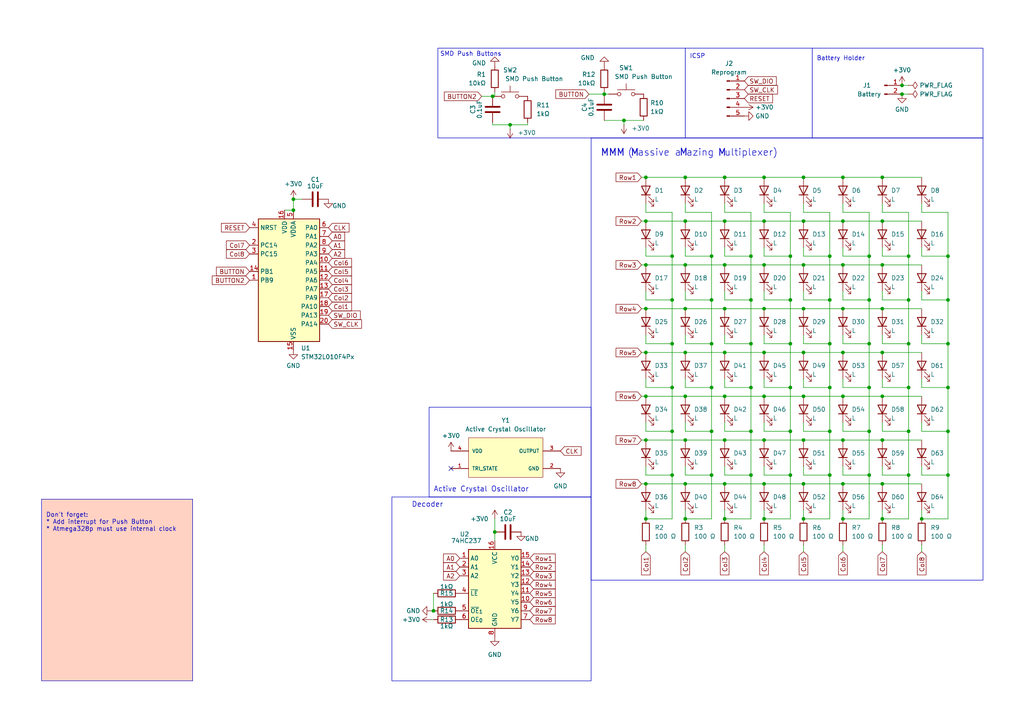
<source format=kicad_sch>
(kicad_sch (version 20250114) (generator "eeschema") (generator_version "9.0")
  (paper "A4")
  (title_block (title "Holographic Business Card") (date "2024-12-20"))
  (rectangle (start 124.46 118.11) (end 171.45 144.145))
  (rectangle (start 12.065 144.78) (end 55.88 197.485) (fill (type color) (color 255 210 195 1)))
  (rectangle (start 235.585 13.97) (end 285.115 40.005))
  (rectangle (start 127 13.97) (end 198.755 40.005))
  (rectangle (start 198.755 13.97) (end 235.585 40.005))
  (rectangle (start 171.45 40.005) (end 285.115 168.275))
  (rectangle (start 113.665 144.145) (end 171.45 197.485))
  (rectangle (start 235.585 40.005) (end 235.585 40.005))
  (text "M" (at 182.8292 45.5676 0) (effects (font (size 2 2) (thickness 0.254) (bold yes)) (justify left bottom)))
  (text "Active Crystal Oscillator\n" (at 125.73 142.875 0) (effects (font (size 1.5 1.5)) (justify left bottom)))
  (text "M" (at 196.977 45.4914 0) (effects (font (size 2 2) (thickness 0.254) (bold yes)) (justify left bottom)))
  (text "Battery Holder" (at 236.855 17.78 0) (effects (font (size 1.27 1.27)) (justify left bottom)))
  (text "Don't forget:\n* Add interrupt for Push Button\n* Atmega328p must use internal clock" (at 13.335 154.305 0) (effects (font (size 1.27 1.27)) (justify left bottom)))
  (text " ( assive a azing  ultiplexer)" (at 180.4924 45.5422 0) (effects (font (size 2 2)) (justify left bottom)))
  (text "M" (at 208.1276 45.5676 0) (effects (font (size 2 2) (thickness 0.254) (bold yes)) (justify left bottom)))
  (text "ICSP" (at 200.025 17.145 0) (effects (font (size 1.27 1.27)) (justify left bottom)))
  (text "SMD Push Buttons\n" (at 127.635 16.51 0) (effects (font (size 1.27 1.27)) (justify left bottom)))
  (text "Decoder" (at 119.38 147.32 0) (effects (font (size 1.5 1.5)) (justify left bottom)))
  (text "MMM" (at 174.1424 45.5422 0) (effects (font (size 2 2) (thickness 0.254) (bold yes)) (justify left bottom)))
  (junction (at 255.905 127.635))
  (junction (at 233.045 114.935))
  (junction (at 229.235 74.295))
  (junction (at 261.62 24.765))
  (junction (at 206.375 74.295))
  (junction (at 217.805 125.095))
  (junction (at 252.095 74.295))
  (junction (at 229.235 86.995))
  (junction (at 274.955 99.695))
  (junction (at 229.235 125.095))
  (junction (at 244.475 51.435))
  (junction (at 217.805 137.795))
  (junction (at 210.185 102.235))
  (junction (at 187.325 102.235))
  (junction (at 240.665 74.295))
  (junction (at 187.325 140.335))
  (junction (at 255.905 51.435))
  (junction (at 210.185 114.935))
  (junction (at 221.615 102.235))
  (junction (at 206.375 99.695))
  (junction (at 229.235 137.795))
  (junction (at 221.615 64.135))
  (junction (at 263.525 74.295))
  (junction (at 221.615 140.335))
  (junction (at 263.525 99.695))
  (junction (at 267.335 150.495))
  (junction (at 252.095 112.395))
  (junction (at 252.095 125.095))
  (junction (at 194.945 112.395))
  (junction (at 210.185 76.835))
  (junction (at 85.09 60.96))
  (junction (at 221.615 114.935))
  (junction (at 187.325 51.435))
  (junction (at 255.905 150.495))
  (junction (at 85.09 57.785))
  (junction (at 233.045 76.835))
  (junction (at 255.905 76.835))
  (junction (at 206.375 125.095))
  (junction (at 194.945 137.795))
  (junction (at 233.045 89.535))
  (junction (at 198.755 114.935))
  (junction (at 252.095 99.695))
  (junction (at 217.805 112.395))
  (junction (at 198.755 127.635))
  (junction (at 180.975 34.925))
  (junction (at 233.045 150.495))
  (junction (at 187.325 127.635))
  (junction (at 240.665 125.095))
  (junction (at 221.615 51.435))
  (junction (at 233.045 140.335))
  (junction (at 194.945 99.695))
  (junction (at 233.045 51.435))
  (junction (at 233.045 102.235))
  (junction (at 233.045 64.135))
  (junction (at 198.755 102.235))
  (junction (at 244.475 150.495))
  (junction (at 244.475 76.835))
  (junction (at 244.475 127.635))
  (junction (at 255.905 102.235))
  (junction (at 206.375 112.395))
  (junction (at 233.045 127.635))
  (junction (at 252.095 137.795))
  (junction (at 210.185 127.635))
  (junction (at 263.525 137.795))
  (junction (at 187.325 114.935))
  (junction (at 194.945 125.095))
  (junction (at 261.62 27.305))
  (junction (at 194.945 74.295))
  (junction (at 217.805 86.995))
  (junction (at 229.235 99.695))
  (junction (at 274.955 86.995))
  (junction (at 198.755 150.495))
  (junction (at 221.615 127.635))
  (junction (at 210.185 140.335))
  (junction (at 142.875 27.94))
  (junction (at 210.185 150.495))
  (junction (at 263.525 125.095))
  (junction (at 255.905 140.335))
  (junction (at 143.51 154.305))
  (junction (at 198.755 64.135))
  (junction (at 198.755 89.535))
  (junction (at 274.955 125.095))
  (junction (at 274.955 74.295))
  (junction (at 263.525 86.995))
  (junction (at 206.375 86.995))
  (junction (at 198.755 140.335))
  (junction (at 252.095 86.995))
  (junction (at 198.755 76.835))
  (junction (at 221.615 150.495))
  (junction (at 244.475 89.535))
  (junction (at 221.615 76.835))
  (junction (at 217.805 99.695))
  (junction (at 210.185 89.535))
  (junction (at 206.375 137.795))
  (junction (at 274.955 137.795))
  (junction (at 240.665 99.695))
  (junction (at 229.235 112.395))
  (junction (at 187.325 76.835))
  (junction (at 240.665 137.795))
  (junction (at 255.905 114.935))
  (junction (at 244.475 140.335))
  (junction (at 175.26 27.305))
  (junction (at 187.325 150.495))
  (junction (at 244.475 64.135))
  (junction (at 221.615 89.535))
  (junction (at 187.325 64.135))
  (junction (at 244.475 114.935))
  (junction (at 255.905 64.135))
  (junction (at 125.73 177.165))
  (junction (at 210.185 64.135))
  (junction (at 194.945 86.995))
  (junction (at 274.955 112.395))
  (junction (at 210.185 51.435))
  (junction (at 187.325 89.535))
  (junction (at 240.665 112.395))
  (junction (at 217.805 74.295))
  (junction (at 147.955 36.195))
  (junction (at 198.755 51.435))
  (junction (at 240.665 86.995))
  (junction (at 255.905 89.535))
  (junction (at 263.525 112.395))
  (junction (at 244.475 102.235))
  (no_connect (at 130.81 135.89))
  (wire (pts (xy 198.755 114.935) (xy 210.185 114.935)))
  (wire (pts (xy 263.525 112.395) (xy 263.525 125.095)))
  (wire (pts (xy 143.51 150.495) (xy 143.51 154.305)))
  (wire (pts (xy 221.615 51.435) (xy 233.045 51.435)))
  (wire (pts (xy 233.045 150.495) (xy 233.045 147.955)))
  (wire (pts (xy 221.615 125.095) (xy 229.235 125.095)))
  (wire (pts (xy 221.615 137.795) (xy 229.235 137.795)))
  (wire (pts (xy 233.045 86.995) (xy 240.665 86.995)))
  (wire (pts (xy 210.185 86.995) (xy 217.805 86.995)))
  (wire (pts (xy 187.325 76.835) (xy 198.755 76.835)))
  (wire (pts (xy 198.755 61.595) (xy 206.375 61.595)))
  (wire (pts (xy 255.905 150.495) (xy 255.905 147.955)))
  (wire (pts (xy 255.905 112.395) (xy 263.525 112.395)))
  (wire (pts (xy 221.615 76.835) (xy 233.045 76.835)))
  (wire (pts (xy 244.475 125.095) (xy 252.095 125.095)))
  (wire (pts (xy 244.475 150.495) (xy 244.475 147.955)))
  (wire (pts (xy 187.325 102.235) (xy 198.755 102.235)))
  (wire (pts (xy 187.325 99.695) (xy 194.945 99.695)))
  (wire (pts (xy 210.185 51.435) (xy 221.615 51.435)))
  (wire (pts (xy 233.045 84.455) (xy 233.045 86.995)))
  (wire (pts (xy 255.905 114.935) (xy 267.335 114.935)))
  (wire (pts (xy 175.26 34.925) (xy 180.975 34.925)))
  (wire (pts (xy 244.475 127.635) (xy 255.905 127.635)))
  (wire (pts (xy 252.095 112.395) (xy 252.095 125.095)))
  (wire (pts (xy 221.615 135.255) (xy 221.615 137.795)))
  (wire (pts (xy 187.325 71.755) (xy 187.325 74.295)))
  (wire (pts (xy 217.805 150.495) (xy 210.185 150.495)))
  (wire (pts (xy 206.375 74.295) (xy 206.375 86.995)))
  (wire (pts (xy 240.665 99.695) (xy 240.665 112.395)))
  (wire (pts (xy 267.335 158.115) (xy 267.335 160.02)))
  (wire (pts (xy 255.905 89.535) (xy 267.335 89.535)))
  (wire (pts (xy 244.475 137.795) (xy 252.095 137.795)))
  (wire (pts (xy 125.095 179.705) (xy 125.73 179.705)))
  (wire (pts (xy 198.755 102.235) (xy 210.185 102.235)))
  (wire (pts (xy 194.945 125.095) (xy 194.945 137.795)))
  (wire (pts (xy 187.325 150.495) (xy 187.325 147.955)))
  (wire (pts (xy 221.615 102.235) (xy 233.045 102.235)))
  (wire (pts (xy 125.095 177.165) (xy 125.73 177.165)))
  (wire (pts (xy 244.475 135.255) (xy 244.475 137.795)))
  (wire (pts (xy 267.335 59.055) (xy 267.335 61.595)))
  (wire (pts (xy 244.475 71.755) (xy 244.475 74.295)))
  (wire (pts (xy 240.665 112.395) (xy 240.665 125.095)))
  (wire (pts (xy 255.905 76.835) (xy 267.335 76.835)))
  (wire (pts (xy 244.475 158.115) (xy 244.475 160.02)))
  (wire (pts (xy 240.665 125.095) (xy 240.665 137.795)))
  (wire (pts (xy 263.525 137.795) (xy 263.525 150.495)))
  (wire (pts (xy 187.325 112.395) (xy 194.945 112.395)))
  (wire (pts (xy 263.525 74.295) (xy 263.525 86.995)))
  (wire (pts (xy 217.805 125.095) (xy 217.805 137.795)))
  (wire (pts (xy 186.055 89.535) (xy 187.325 89.535)))
  (wire (pts (xy 233.045 89.535) (xy 244.475 89.535)))
  (wire (pts (xy 206.375 86.995) (xy 206.375 99.695)))
  (wire (pts (xy 210.185 97.155) (xy 210.185 99.695)))
  (wire (pts (xy 85.09 57.785) (xy 85.09 60.96)))
  (wire (pts (xy 210.185 158.115) (xy 210.185 160.02)))
  (wire (pts (xy 221.615 150.495) (xy 221.615 147.955)))
  (wire (pts (xy 147.955 36.195) (xy 153.035 36.195)))
  (wire (pts (xy 255.905 102.235) (xy 267.335 102.235)))
  (wire (pts (xy 255.905 127.635) (xy 267.335 127.635)))
  (wire (pts (xy 194.945 150.495) (xy 187.325 150.495)))
  (wire (pts (xy 180.975 34.925) (xy 186.69 34.925)))
  (wire (pts (xy 233.045 158.115) (xy 233.045 160.02)))
  (wire (pts (xy 255.905 125.095) (xy 263.525 125.095)))
  (wire (pts (xy 210.185 125.095) (xy 217.805 125.095)))
  (wire (pts (xy 221.615 140.335) (xy 233.045 140.335)))
  (wire (pts (xy 221.615 71.755) (xy 221.615 74.295)))
  (wire (pts (xy 198.755 158.115) (xy 198.755 160.02)))
  (wire (pts (xy 244.475 64.135) (xy 255.905 64.135)))
  (wire (pts (xy 210.185 59.055) (xy 210.185 61.595)))
  (wire (pts (xy 240.665 137.795) (xy 240.665 150.495)))
  (wire (pts (xy 255.905 137.795) (xy 263.525 137.795)))
  (wire (pts (xy 210.185 122.555) (xy 210.185 125.095)))
  (wire (pts (xy 244.475 61.595) (xy 252.095 61.595)))
  (wire (pts (xy 198.755 51.435) (xy 210.185 51.435)))
  (wire (pts (xy 255.905 135.255) (xy 255.905 137.795)))
  (wire (pts (xy 198.755 135.255) (xy 198.755 137.795)))
  (wire (pts (xy 142.875 36.195) (xy 142.875 35.56)))
  (wire (pts (xy 217.805 61.595) (xy 217.805 74.295)))
  (wire (pts (xy 229.235 137.795) (xy 229.235 150.495)))
  (wire (pts (xy 221.615 64.135) (xy 233.045 64.135)))
  (wire (pts (xy 233.045 61.595) (xy 240.665 61.595)))
  (wire (pts (xy 217.805 99.695) (xy 217.805 112.395)))
  (wire (pts (xy 198.755 112.395) (xy 206.375 112.395)))
  (wire (pts (xy 198.755 74.295) (xy 206.375 74.295)))
  (wire (pts (xy 187.325 137.795) (xy 194.945 137.795)))
  (wire (pts (xy 233.045 135.255) (xy 233.045 137.795)))
  (wire (pts (xy 233.045 140.335) (xy 244.475 140.335)))
  (wire (pts (xy 267.335 97.155) (xy 267.335 99.695)))
  (wire (pts (xy 255.905 99.695) (xy 263.525 99.695)))
  (wire (pts (xy 274.955 99.695) (xy 274.955 112.395)))
  (wire (pts (xy 263.525 99.695) (xy 263.525 112.395)))
  (wire (pts (xy 244.475 89.535) (xy 255.905 89.535)))
  (wire (pts (xy 263.525 125.095) (xy 263.525 137.795)))
  (wire (pts (xy 274.955 74.295) (xy 274.955 86.995)))
  (wire (pts (xy 210.185 135.255) (xy 210.185 137.795)))
  (wire (pts (xy 221.615 114.935) (xy 233.045 114.935)))
  (wire (pts (xy 221.615 158.115) (xy 221.615 160.02)))
  (wire (pts (xy 263.525 86.995) (xy 263.525 99.695)))
  (wire (pts (xy 206.375 150.495) (xy 198.755 150.495)))
  (wire (pts (xy 263.525 150.495) (xy 255.905 150.495)))
  (wire (pts (xy 252.095 137.795) (xy 252.095 150.495)))
  (wire (pts (xy 187.325 125.095) (xy 194.945 125.095)))
  (wire (pts (xy 143.51 154.305) (xy 143.51 156.845)))
  (wire (pts (xy 263.525 61.595) (xy 263.525 74.295)))
  (wire (pts (xy 198.755 125.095) (xy 206.375 125.095)))
  (wire (pts (xy 210.185 84.455) (xy 210.185 86.995)))
  (wire (pts (xy 143.51 26.67) (xy 143.51 27.94)))
  (wire (pts (xy 180.975 36.195) (xy 180.975 34.925)))
  (wire (pts (xy 187.325 59.055) (xy 187.325 61.595)))
  (wire (pts (xy 221.615 86.995) (xy 229.235 86.995)))
  (wire (pts (xy 210.185 76.835) (xy 221.615 76.835)))
  (wire (pts (xy 244.475 59.055) (xy 244.475 61.595)))
  (wire (pts (xy 198.755 99.695) (xy 206.375 99.695)))
  (wire (pts (xy 274.955 125.095) (xy 274.955 137.795)))
  (wire (pts (xy 267.335 84.455) (xy 267.335 86.995)))
  (wire (pts (xy 194.945 137.795) (xy 194.945 150.495)))
  (wire (pts (xy 210.185 64.135) (xy 221.615 64.135)))
  (wire (pts (xy 263.525 24.765) (xy 261.62 24.765)))
  (wire (pts (xy 198.755 59.055) (xy 198.755 61.595)))
  (wire (pts (xy 255.905 71.755) (xy 255.905 74.295)))
  (wire (pts (xy 187.325 135.255) (xy 187.325 137.795)))
  (wire (pts (xy 198.755 150.495) (xy 198.755 147.955)))
  (wire (pts (xy 244.475 102.235) (xy 255.905 102.235)))
  (wire (pts (xy 233.045 99.695) (xy 240.665 99.695)))
  (wire (pts (xy 147.955 37.465) (xy 147.955 36.195)))
  (wire (pts (xy 233.045 51.435) (xy 244.475 51.435)))
  (wire (pts (xy 187.325 86.995) (xy 194.945 86.995)))
  (wire (pts (xy 233.045 64.135) (xy 244.475 64.135)))
  (wire (pts (xy 187.325 64.135) (xy 198.755 64.135)))
  (wire (pts (xy 186.055 127.635) (xy 187.325 127.635)))
  (wire (pts (xy 255.905 122.555) (xy 255.905 125.095)))
  (wire (pts (xy 267.335 86.995) (xy 274.955 86.995)))
  (wire (pts (xy 267.335 135.255) (xy 267.335 137.795)))
  (wire (pts (xy 210.185 99.695) (xy 217.805 99.695)))
  (wire (pts (xy 233.045 97.155) (xy 233.045 99.695)))
  (wire (pts (xy 217.805 86.995) (xy 217.805 99.695)))
  (wire (pts (xy 221.615 84.455) (xy 221.615 86.995)))
  (wire (pts (xy 244.475 86.995) (xy 252.095 86.995)))
  (wire (pts (xy 175.26 26.67) (xy 175.26 27.305)))
  (wire (pts (xy 229.235 74.295) (xy 229.235 86.995)))
  (wire (pts (xy 240.665 61.595) (xy 240.665 74.295)))
  (wire (pts (xy 187.325 97.155) (xy 187.325 99.695)))
  (wire (pts (xy 221.615 89.535) (xy 233.045 89.535)))
  (wire (pts (xy 263.525 27.305) (xy 261.62 27.305)))
  (wire (pts (xy 210.185 61.595) (xy 217.805 61.595)))
  (wire (pts (xy 274.955 86.995) (xy 274.955 99.695)))
  (wire (pts (xy 267.335 125.095) (xy 274.955 125.095)))
  (wire (pts (xy 194.945 61.595) (xy 194.945 74.295)))
  (wire (pts (xy 187.325 109.855) (xy 187.325 112.395)))
  (wire (pts (xy 255.905 140.335) (xy 267.335 140.335)))
  (wire (pts (xy 206.375 99.695) (xy 206.375 112.395)))
  (wire (pts (xy 229.235 112.395) (xy 229.235 125.095)))
  (wire (pts (xy 198.755 71.755) (xy 198.755 74.295)))
  (wire (pts (xy 198.755 86.995) (xy 206.375 86.995)))
  (wire (pts (xy 221.615 61.595) (xy 229.235 61.595)))
  (wire (pts (xy 187.325 51.435) (xy 198.755 51.435)))
  (wire (pts (xy 210.185 71.755) (xy 210.185 74.295)))
  (wire (pts (xy 233.045 114.935) (xy 244.475 114.935)))
  (wire (pts (xy 198.755 109.855) (xy 198.755 112.395)))
  (wire (pts (xy 221.615 109.855) (xy 221.615 112.395)))
  (wire (pts (xy 143.51 27.94) (xy 142.875 27.94)))
  (wire (pts (xy 267.335 99.695) (xy 274.955 99.695)))
  (wire (pts (xy 210.185 114.935) (xy 221.615 114.935)))
  (wire (pts (xy 229.235 125.095) (xy 229.235 137.795)))
  (wire (pts (xy 267.335 109.855) (xy 267.335 112.395)))
  (wire (pts (xy 233.045 76.835) (xy 244.475 76.835)))
  (wire (pts (xy 252.095 125.095) (xy 252.095 137.795)))
  (wire (pts (xy 252.095 74.295) (xy 252.095 86.995)))
  (wire (pts (xy 186.055 114.935) (xy 187.325 114.935)))
  (wire (pts (xy 244.475 109.855) (xy 244.475 112.395)))
  (wire (pts (xy 255.905 84.455) (xy 255.905 86.995)))
  (wire (pts (xy 229.235 86.995) (xy 229.235 99.695)))
  (wire (pts (xy 194.945 74.295) (xy 194.945 86.995)))
  (wire (pts (xy 233.045 125.095) (xy 240.665 125.095)))
  (wire (pts (xy 267.335 150.495) (xy 267.335 147.955)))
  (wire (pts (xy 198.755 89.535) (xy 210.185 89.535)))
  (wire (pts (xy 221.615 97.155) (xy 221.615 99.695)))
  (wire (pts (xy 233.045 112.395) (xy 240.665 112.395)))
  (wire (pts (xy 244.475 76.835) (xy 255.905 76.835)))
  (wire (pts (xy 210.185 140.335) (xy 221.615 140.335)))
  (wire (pts (xy 233.045 74.295) (xy 240.665 74.295)))
  (wire (pts (xy 87.63 57.785) (xy 85.09 57.785)))
  (wire (pts (xy 233.045 127.635) (xy 244.475 127.635)))
  (wire (pts (xy 217.805 112.395) (xy 217.805 125.095)))
  (wire (pts (xy 255.905 59.055) (xy 255.905 61.595)))
  (wire (pts (xy 221.615 59.055) (xy 221.615 61.595)))
  (wire (pts (xy 255.905 158.115) (xy 255.905 160.02)))
  (wire (pts (xy 194.945 99.695) (xy 194.945 112.395)))
  (wire (pts (xy 274.955 150.495) (xy 267.335 150.495)))
  (wire (pts (xy 198.755 97.155) (xy 198.755 99.695)))
  (wire (pts (xy 244.475 140.335) (xy 255.905 140.335)))
  (wire (pts (xy 229.235 99.695) (xy 229.235 112.395)))
  (wire (pts (xy 267.335 71.755) (xy 267.335 74.295)))
  (wire (pts (xy 187.325 89.535) (xy 198.755 89.535)))
  (wire (pts (xy 252.095 86.995) (xy 252.095 99.695)))
  (wire (pts (xy 198.755 137.795) (xy 206.375 137.795)))
  (wire (pts (xy 233.045 137.795) (xy 240.665 137.795)))
  (wire (pts (xy 240.665 86.995) (xy 240.665 99.695)))
  (wire (pts (xy 221.615 122.555) (xy 221.615 125.095)))
  (wire (pts (xy 267.335 122.555) (xy 267.335 125.095)))
  (wire (pts (xy 217.805 74.295) (xy 217.805 86.995)))
  (wire (pts (xy 186.055 102.235) (xy 187.325 102.235)))
  (wire (pts (xy 175.26 27.305) (xy 176.53 27.305)))
  (wire (pts (xy 244.475 51.435) (xy 255.905 51.435)))
  (wire (pts (xy 244.475 112.395) (xy 252.095 112.395)))
  (wire (pts (xy 252.095 61.595) (xy 252.095 74.295)))
  (wire (pts (xy 187.325 84.455) (xy 187.325 86.995)))
  (wire (pts (xy 139.7 27.94) (xy 142.875 27.94)))
  (wire (pts (xy 233.045 109.855) (xy 233.045 112.395)))
  (wire (pts (xy 198.755 64.135) (xy 210.185 64.135)))
  (wire (pts (xy 210.185 112.395) (xy 217.805 112.395)))
  (wire (pts (xy 186.055 64.135) (xy 187.325 64.135)))
  (wire (pts (xy 194.945 112.395) (xy 194.945 125.095)))
  (wire (pts (xy 206.375 137.795) (xy 206.375 150.495)))
  (wire (pts (xy 194.945 86.995) (xy 194.945 99.695)))
  (wire (pts (xy 153.035 36.195) (xy 153.035 35.56)))
  (wire (pts (xy 198.755 76.835) (xy 210.185 76.835)))
  (wire (pts (xy 274.955 137.795) (xy 274.955 150.495)))
  (wire (pts (xy 244.475 84.455) (xy 244.475 86.995)))
  (wire (pts (xy 187.325 61.595) (xy 194.945 61.595)))
  (wire (pts (xy 229.235 150.495) (xy 221.615 150.495)))
  (wire (pts (xy 187.325 122.555) (xy 187.325 125.095)))
  (wire (pts (xy 206.375 125.095) (xy 206.375 137.795)))
  (wire (pts (xy 244.475 122.555) (xy 244.475 125.095)))
  (wire (pts (xy 206.375 61.595) (xy 206.375 74.295)))
  (wire (pts (xy 170.815 27.305) (xy 175.26 27.305)))
  (wire (pts (xy 255.905 61.595) (xy 263.525 61.595)))
  (wire (pts (xy 267.335 137.795) (xy 274.955 137.795)))
  (wire (pts (xy 210.185 127.635) (xy 221.615 127.635)))
  (wire (pts (xy 125.73 172.085) (xy 125.73 177.165)))
  (wire (pts (xy 255.905 64.135) (xy 267.335 64.135)))
  (wire (pts (xy 255.905 51.435) (xy 267.335 51.435)))
  (wire (pts (xy 244.475 99.695) (xy 252.095 99.695)))
  (wire (pts (xy 186.055 140.335) (xy 187.325 140.335)))
  (wire (pts (xy 244.475 97.155) (xy 244.475 99.695)))
  (wire (pts (xy 198.755 122.555) (xy 198.755 125.095)))
  (wire (pts (xy 187.325 158.115) (xy 187.325 160.02)))
  (wire (pts (xy 210.185 74.295) (xy 217.805 74.295)))
  (wire (pts (xy 274.955 61.595) (xy 274.955 74.295)))
  (wire (pts (xy 221.615 74.295) (xy 229.235 74.295)))
  (wire (pts (xy 82.55 60.96) (xy 85.09 60.96)))
  (wire (pts (xy 267.335 112.395) (xy 274.955 112.395)))
  (wire (pts (xy 229.235 61.595) (xy 229.235 74.295)))
  (wire (pts (xy 210.185 150.495) (xy 210.185 147.955)))
  (wire (pts (xy 240.665 74.295) (xy 240.665 86.995)))
  (wire (pts (xy 233.045 71.755) (xy 233.045 74.295)))
  (wire (pts (xy 252.095 99.695) (xy 252.095 112.395)))
  (wire (pts (xy 198.755 140.335) (xy 210.185 140.335)))
  (wire (pts (xy 233.045 102.235) (xy 244.475 102.235)))
  (wire (pts (xy 240.665 150.495) (xy 233.045 150.495)))
  (wire (pts (xy 210.185 137.795) (xy 217.805 137.795)))
  (wire (pts (xy 233.045 122.555) (xy 233.045 125.095)))
  (wire (pts (xy 244.475 114.935) (xy 255.905 114.935)))
  (wire (pts (xy 233.045 59.055) (xy 233.045 61.595)))
  (wire (pts (xy 244.475 74.295) (xy 252.095 74.295)))
  (wire (pts (xy 186.055 51.435) (xy 187.325 51.435)))
  (wire (pts (xy 267.335 61.595) (xy 274.955 61.595)))
  (wire (pts (xy 187.325 114.935) (xy 198.755 114.935)))
  (wire (pts (xy 221.615 112.395) (xy 229.235 112.395)))
  (wire (pts (xy 255.905 86.995) (xy 263.525 86.995)))
  (wire (pts (xy 187.325 74.295) (xy 194.945 74.295)))
  (wire (pts (xy 198.755 84.455) (xy 198.755 86.995)))
  (wire (pts (xy 210.185 109.855) (xy 210.185 112.395)))
  (wire (pts (xy 274.955 112.395) (xy 274.955 125.095)))
  (wire (pts (xy 187.325 140.335) (xy 198.755 140.335)))
  (wire (pts (xy 187.325 127.635) (xy 198.755 127.635)))
  (wire (pts (xy 252.095 150.495) (xy 244.475 150.495)))
  (wire (pts (xy 142.875 36.195) (xy 147.955 36.195)))
  (wire (pts (xy 221.615 127.635) (xy 233.045 127.635)))
  (wire (pts (xy 255.905 97.155) (xy 255.905 99.695)))
  (wire (pts (xy 221.615 99.695) (xy 229.235 99.695)))
  (wire (pts (xy 210.185 102.235) (xy 221.615 102.235)))
  (wire (pts (xy 206.375 112.395) (xy 206.375 125.095)))
  (wire (pts (xy 198.755 127.635) (xy 210.185 127.635)))
  (wire (pts (xy 255.905 74.295) (xy 263.525 74.295)))
  (wire (pts (xy 267.335 74.295) (xy 274.955 74.295)))
  (wire (pts (xy 210.185 89.535) (xy 221.615 89.535)))
  (wire (pts (xy 186.055 76.835) (xy 187.325 76.835)))
  (wire (pts (xy 255.905 109.855) (xy 255.905 112.395)))
  (wire (pts (xy 217.805 137.795) (xy 217.805 150.495)))
  (global_label "CLK" (shape input) (at 95.25 66.04 0) (property "Intersheetrefs" "${INTERSHEET_REFS}" (effects (hide yes))))
  (global_label "BUTTON" (shape input) (at 72.39 78.74 180) (property "Intersheetrefs" "${INTERSHEET_REFS}" (effects (hide yes))))
  (global_label "Row6" (shape input) (at 186.055 114.935 180) (property "Intersheetrefs" "${INTERSHEET_REFS}" (effects (hide yes))))
  (global_label "A0" (shape input) (at 133.35 161.925 180) (property "Intersheetrefs" "${INTERSHEET_REFS}" (effects (hide yes))))
  (global_label "BUTTON" (shape input) (at 170.815 27.305 180) (property "Intersheetrefs" "${INTERSHEET_REFS}" (effects (hide yes))))
  (global_label "RESET" (shape input) (at 215.9 28.575 0) (property "Intersheetrefs" "${INTERSHEET_REFS}" (effects (hide yes))))
  (global_label "Row7" (shape input) (at 186.055 127.635 180) (property "Intersheetrefs" "${INTERSHEET_REFS}" (effects (hide yes))))
  (global_label "Row2" (shape input) (at 153.67 164.465 0) (property "Intersheetrefs" "${INTERSHEET_REFS}" (effects (hide yes))))
  (global_label "Col5" (shape input) (at 95.25 78.74 0) (property "Intersheetrefs" "${INTERSHEET_REFS}" (effects (hide yes))))
  (global_label "A2" (shape input) (at 95.25 73.66 0) (property "Intersheetrefs" "${INTERSHEET_REFS}" (effects (hide yes))))
  (global_label "CLK" (shape input) (at 162.56 130.81 0) (property "Intersheetrefs" "${INTERSHEET_REFS}" (effects (hide yes))))
  (global_label "Col4" (shape input) (at 95.25 81.28 0) (property "Intersheetrefs" "${INTERSHEET_REFS}" (effects (hide yes))))
  (global_label "BUTTON2" (shape input) (at 139.7 27.94 180) (property "Intersheetrefs" "${INTERSHEET_REFS}" (effects (hide yes))))
  (global_label "Row8" (shape input) (at 153.67 179.705 0) (property "Intersheetrefs" "${INTERSHEET_REFS}" (effects (hide yes))))
  (global_label "A2" (shape input) (at 133.35 167.005 180) (property "Intersheetrefs" "${INTERSHEET_REFS}" (effects (hide yes))))
  (global_label "Col4" (shape input) (at 221.615 160.02 270) (property "Intersheetrefs" "${INTERSHEET_REFS}" (effects (hide yes))))
  (global_label "Col1" (shape input) (at 95.25 88.9 0) (property "Intersheetrefs" "${INTERSHEET_REFS}" (effects (hide yes))))
  (global_label "Col8" (shape input) (at 72.39 73.66 180) (property "Intersheetrefs" "${INTERSHEET_REFS}" (effects (hide yes))))
  (global_label "A1" (shape input) (at 95.25 71.12 0) (property "Intersheetrefs" "${INTERSHEET_REFS}" (effects (hide yes))))
  (global_label "BUTTON2" (shape input) (at 72.39 81.28 180) (property "Intersheetrefs" "${INTERSHEET_REFS}" (effects (hide yes))))
  (global_label "SW_DIO" (shape input) (at 95.25 91.44 0) (property "Intersheetrefs" "${INTERSHEET_REFS}" (effects (hide yes))))
  (global_label "A1" (shape input) (at 133.35 164.465 180) (property "Intersheetrefs" "${INTERSHEET_REFS}" (effects (hide yes))))
  (global_label "SW_CLK" (shape input) (at 215.9 26.035 0) (property "Intersheetrefs" "${INTERSHEET_REFS}" (effects (hide yes))))
  (global_label "Row1" (shape input) (at 186.055 51.435 180) (property "Intersheetrefs" "${INTERSHEET_REFS}" (effects (hide yes))))
  (global_label "Row3" (shape input) (at 153.67 167.005 0) (property "Intersheetrefs" "${INTERSHEET_REFS}" (effects (hide yes))))
  (global_label "Row4" (shape input) (at 153.67 169.545 0) (property "Intersheetrefs" "${INTERSHEET_REFS}" (effects (hide yes))))
  (global_label "Col1" (shape input) (at 187.325 160.02 270) (property "Intersheetrefs" "${INTERSHEET_REFS}" (effects (hide yes))))
  (global_label "Row5" (shape input) (at 153.67 172.085 0) (property "Intersheetrefs" "${INTERSHEET_REFS}" (effects (hide yes))))
  (global_label "Col3" (shape input) (at 210.185 160.02 270) (property "Intersheetrefs" "${INTERSHEET_REFS}" (effects (hide yes))))
  (global_label "Row2" (shape input) (at 186.055 64.135 180) (property "Intersheetrefs" "${INTERSHEET_REFS}" (effects (hide yes))))
  (global_label "Row1" (shape input) (at 153.67 161.925 0) (property "Intersheetrefs" "${INTERSHEET_REFS}" (effects (hide yes))))
  (global_label "Col6" (shape input) (at 244.475 160.02 270) (property "Intersheetrefs" "${INTERSHEET_REFS}" (effects (hide yes))))
  (global_label "Col2" (shape input) (at 95.25 86.36 0) (property "Intersheetrefs" "${INTERSHEET_REFS}" (effects (hide yes))))
  (global_label "Col7" (shape input) (at 255.905 160.02 270) (property "Intersheetrefs" "${INTERSHEET_REFS}" (effects (hide yes))))
  (global_label "Col2" (shape input) (at 198.755 160.02 270) (property "Intersheetrefs" "${INTERSHEET_REFS}" (effects (hide yes))))
  (global_label "SW_DIO" (shape input) (at 215.9 23.495 0) (property "Intersheetrefs" "${INTERSHEET_REFS}" (effects (hide yes))))
  (global_label "Row3" (shape input) (at 186.055 76.835 180) (property "Intersheetrefs" "${INTERSHEET_REFS}" (effects (hide yes))))
  (global_label "Row6" (shape input) (at 153.67 174.625 0) (property "Intersheetrefs" "${INTERSHEET_REFS}" (effects (hide yes))))
  (global_label "Row8" (shape input) (at 186.055 140.335 180) (property "Intersheetrefs" "${INTERSHEET_REFS}" (effects (hide yes))))
  (global_label "Col3" (shape input) (at 95.25 83.82 0) (property "Intersheetrefs" "${INTERSHEET_REFS}" (effects (hide yes))))
  (global_label "Col5" (shape input) (at 233.045 160.02 270) (property "Intersheetrefs" "${INTERSHEET_REFS}" (effects (hide yes))))
  (global_label "A0" (shape input) (at 95.25 68.58 0) (property "Intersheetrefs" "${INTERSHEET_REFS}" (effects (hide yes))))
  (global_label "Col7" (shape input) (at 72.39 71.12 180) (property "Intersheetrefs" "${INTERSHEET_REFS}" (effects (hide yes))))
  (global_label "Row7" (shape input) (at 153.67 177.165 0) (property "Intersheetrefs" "${INTERSHEET_REFS}" (effects (hide yes))))
  (global_label "Row5" (shape input) (at 186.055 102.235 180) (property "Intersheetrefs" "${INTERSHEET_REFS}" (effects (hide yes))))
  (global_label "Col6" (shape input) (at 95.25 76.2 0) (property "Intersheetrefs" "${INTERSHEET_REFS}" (effects (hide yes))))
  (global_label "Row4" (shape input) (at 186.055 89.535 180) (property "Intersheetrefs" "${INTERSHEET_REFS}" (effects (hide yes))))
  (global_label "RESET" (shape input) (at 72.39 66.04 180) (property "Intersheetrefs" "${INTERSHEET_REFS}" (effects (hide yes))))
  (global_label "SW_CLK" (shape input) (at 95.25 93.98 0) (property "Intersheetrefs" "${INTERSHEET_REFS}" (effects (hide yes))))
  (global_label "Col8" (shape input) (at 267.335 160.02 270) (property "Intersheetrefs" "${INTERSHEET_REFS}" (effects (hide yes))))
  (symbol (lib_id "Device:LED") (at 255.905 131.445 90) (unit 1)
    (property "Reference" "D59" (at 258.445 131.445 90) (effects (justify right)))
    (property "Value" "L" (at 258.445 133.985 90) (effects (justify right)))
    (property "Footprint" "LED_SMD:LED_0805_2012Metric" (effects (hide yes)))
    (property "LCSC" "C434431" (effects (hide yes)))
  )
  (symbol (lib_id "Device:LED") (at 255.905 144.145 90) (unit 1)
    (property "Reference" "D60" (at 258.445 144.145 90) (effects (justify right)))
    (property "Value" "L" (at 258.445 146.685 90) (effects (justify right)))
    (property "Footprint" "LED_SMD:LED_0805_2012Metric" (effects (hide yes)))
    (property "LCSC" "C434431" (effects (hide yes)))
  )
  (symbol (lib_id "Device:LED") (at 187.325 67.945 90) (unit 1)
    (property "Reference" "D9" (at 189.865 67.945 90) (effects (justify right)))
    (property "Value" "L" (at 189.865 70.485 90) (effects (justify right)))
    (property "Footprint" "LED_SMD:LED_0805_2012Metric" (effects (hide yes)))
    (property "LCSC" "C434431" (effects (hide yes)))
  )
  (symbol (lib_id "Switch:SW_Push") (at 147.955 27.94 0) (unit 1)
    (property "Reference" "SW2" (at 147.955 20.32 0))
    (property "Value" "SMD Push Button" (at 154.94 22.86 0))
    (property "Footprint" "Button_Switch_SMD:SW_SPST_TL3342" (effects (hide yes)))
    (property "LCSC" "C2874421" (effects (hide yes)))
  )
  (symbol (lib_id "Device:LED") (at 221.615 118.745 90) (unit 1)
    (property "Reference" "D46" (at 224.155 118.745 90) (effects (justify right)))
    (property "Value" "L" (at 224.155 121.285 90) (effects (justify right)))
    (property "Footprint" "LED_SMD:LED_0805_2012Metric" (effects (hide yes)))
    (property "LCSC" "C434431" (effects (hide yes)))
  )
  (symbol (lib_id "Device:R") (at 255.905 154.305 0) (unit 1)
    (property "Reference" "R8" (at 258.445 153.035 0) (effects (justify left)))
    (property "Value" "100 Ω" (at 258.445 155.575 0) (effects (justify left)))
    (property "Footprint" "Resistor_SMD:R_0603_1608Metric" (effects (hide yes)))
    (property "LCSC" "C3017758" (effects (hide yes)))
  )
  (symbol (lib_id "Device:LED") (at 198.755 55.245 90) (unit 1)
    (property "Reference" "D2" (at 201.295 55.245 90) (effects (justify right)))
    (property "Value" "L" (at 201.295 57.785 90) (effects (justify right)))
    (property "Footprint" "LED_SMD:LED_0805_2012Metric" (effects (hide yes)))
    (property "LCSC" "C434431" (effects (hide yes)))
  )
  (symbol (lib_id "Device:LED") (at 187.325 118.745 90) (unit 1)
    (property "Reference" "D34" (at 189.865 118.745 90) (effects (justify right)))
    (property "Value" "L" (at 189.865 121.285 90) (effects (justify right)))
    (property "Footprint" "LED_SMD:LED_0805_2012Metric" (effects (hide yes)))
    (property "LCSC" "C434431" (effects (hide yes)))
  )
  (symbol (lib_id "Device:LED") (at 255.905 93.345 90) (unit 1)
    (property "Reference" "D31" (at 258.445 93.345 90) (effects (justify right)))
    (property "Value" "L" (at 258.445 95.885 90) (effects (justify right)))
    (property "Footprint" "LED_SMD:LED_0805_2012Metric" (effects (hide yes)))
    (property "LCSC" "C434431" (effects (hide yes)))
  )
  (symbol (lib_id "Device:LED") (at 187.325 80.645 90) (unit 1)
    (property "Reference" "D17" (at 189.865 80.645 90) (effects (justify right)))
    (property "Value" "L" (at 189.865 83.185 90) (effects (justify right)))
    (property "Footprint" "LED_SMD:LED_0805_2012Metric" (effects (hide yes)))
    (property "LCSC" "C434431" (effects (hide yes)))
  )
  (symbol (lib_id "Device:LED") (at 233.045 106.045 90) (unit 1)
    (property "Reference" "D49" (at 235.585 106.045 90) (effects (justify right)))
    (property "Value" "L" (at 235.585 108.585 90) (effects (justify right)))
    (property "Footprint" "LED_SMD:LED_0805_2012Metric" (effects (hide yes)))
    (property "LCSC" "C434431" (effects (hide yes)))
  )
  (symbol (lib_id "Device:LED") (at 221.615 55.245 90) (unit 1)
    (property "Reference" "D4" (at 224.155 55.245 90) (effects (justify right)))
    (property "Value" "L" (at 224.155 57.785 90) (effects (justify right)))
    (property "Footprint" "LED_SMD:LED_0805_2012Metric" (effects (hide yes)))
    (property "LCSC" "C434431" (effects (hide yes)))
  )
  (symbol (lib_id "Device:LED") (at 244.475 80.645 90) (unit 1)
    (property "Reference" "D22" (at 247.015 80.645 90) (effects (justify right)))
    (property "Value" "L" (at 247.015 83.185 90) (effects (justify right)))
    (property "Footprint" "LED_SMD:LED_0805_2012Metric" (effects (hide yes)))
    (property "LCSC" "C434431" (effects (hide yes)))
  )
  (symbol (lib_id "Device:LED") (at 187.325 106.045 90) (unit 1)
    (property "Reference" "D33" (at 189.865 106.045 90) (effects (justify right)))
    (property "Value" "L" (at 189.865 108.585 90) (effects (justify right)))
    (property "Footprint" "LED_SMD:LED_0805_2012Metric" (effects (hide yes)))
    (property "LCSC" "C434431" (effects (hide yes)))
  )
  (symbol (lib_id "Device:LED") (at 267.335 67.945 90) (unit 1)
    (property "Reference" "D16" (at 269.875 67.945 90) (effects (justify right)))
    (property "Value" "L" (at 269.875 70.485 90) (effects (justify right)))
    (property "Footprint" "LED_SMD:LED_0805_2012Metric" (effects (hide yes)))
    (property "LCSC" "C434431" (effects (hide yes)))
  )
  (symbol (lib_id "Colins_schematics:ECS-2520MV-160-CN-TR") (at 142.24 128.27 0) (unit 1)
    (property "Reference" "Y1" (at 146.685 121.92 0))
    (property "Value" "Active Crystal Oscillator" (at 146.685 124.46 0))
    (property "Footprint" "Colin New Footprints:OSC_ECS-2520S25-250-FN-TR" (effects (hide yes)))
    (property "PARTREV" "2017" (effects (hide yes)))
    (property "MANUFACTURER" "ECS INC" (effects (hide yes)))
    (property "STANDARD" "Manufacturer Recommendations" (effects (hide yes)))
    (property "LCSC" "C1857764" (effects (hide yes)))
  )
  (symbol (lib_id "Device:R") (at 187.325 154.305 0) (unit 1)
    (property "Reference" "R2" (at 189.865 153.035 0) (effects (justify left)))
    (property "Value" "100 Ω" (at 189.865 155.575 0) (effects (justify left)))
    (property "Footprint" "Resistor_SMD:R_0603_1608Metric" (effects (hide yes)))
    (property "LCSC" "C3017758" (effects (hide yes)))
  )
  (symbol (lib_id "Device:R") (at 267.335 154.305 0) (unit 1)
    (property "Reference" "R9" (at 269.875 153.035 0) (effects (justify left)))
    (property "Value" "100 Ω" (at 269.875 155.575 0) (effects (justify left)))
    (property "Footprint" "Resistor_SMD:R_0603_1608Metric" (effects (hide yes)))
    (property "LCSC" "C3017758" (effects (hide yes)))
  )
  (symbol (lib_id "power:GND") (at 95.25 57.785 0) (unit 1)
    (property "Reference" "#PWR04" (effects (hide yes)))
    (property "Value" "GND" (at 98.425 59.69 0))
  )
  (symbol (lib_id "power:+3V0") (at 85.09 57.785 0) (unit 1)
    (property "Reference" "#PWR03" (effects (hide yes)))
    (property "Value" "+3V0" (at 85.09 53.34 0))
  )
  (symbol (lib_id "Device:R") (at 198.755 154.305 0) (unit 1)
    (property "Reference" "R3" (at 201.295 153.035 0) (effects (justify left)))
    (property "Value" "100 Ω" (at 201.295 155.575 0) (effects (justify left)))
    (property "Footprint" "Resistor_SMD:R_0603_1608Metric" (effects (hide yes)))
    (property "LCSC" "C3017758" (effects (hide yes)))
  )
  (symbol (lib_id "power:+3V0") (at 143.51 150.495 0) (unit 1)
    (property "Reference" "#PWR012" (effects (hide yes)))
    (property "Value" "+3V0" (at 139.065 150.495 0))
  )
  (symbol (lib_id "Device:LED") (at 267.335 106.045 90) (unit 1)
    (property "Reference" "D61" (at 269.875 106.045 90) (effects (justify right)))
    (property "Value" "L" (at 269.875 108.585 90) (effects (justify right)))
    (property "Footprint" "LED_SMD:LED_0805_2012Metric" (effects (hide yes)))
    (property "LCSC" "C434431" (effects (hide yes)))
  )
  (symbol (lib_id "Device:LED") (at 233.045 131.445 90) (unit 1)
    (property "Reference" "D51" (at 235.585 131.445 90) (effects (justify right)))
    (property "Value" "L" (at 235.585 133.985 90) (effects (justify right)))
    (property "Footprint" "LED_SMD:LED_0805_2012Metric" (effects (hide yes)))
    (property "LCSC" "C434431" (effects (hide yes)))
  )
  (symbol (lib_id "Device:LED") (at 244.475 118.745 90) (unit 1)
    (property "Reference" "D54" (at 247.015 118.745 90) (effects (justify right)))
    (property "Value" "L" (at 247.015 121.285 90) (effects (justify right)))
    (property "Footprint" "LED_SMD:LED_0805_2012Metric" (effects (hide yes)))
    (property "LCSC" "C434431" (effects (hide yes)))
  )
  (symbol (lib_id "Device:C") (at 175.26 31.115 180) (unit 1)
    (property "Reference" "C4" (at 169.545 31.115 90))
    (property "Value" "0.1uF" (at 171.45 31.115 90))
    (property "Footprint" "Capacitor_SMD:C_0603_1608Metric" (effects (hide yes)))
    (property "LCSC" "C1590" (effects (hide yes)))
  )
  (symbol (lib_id "Device:R") (at 233.045 154.305 0) (unit 1)
    (property "Reference" "R6" (at 235.585 153.035 0) (effects (justify left)))
    (property "Value" "100 Ω" (at 235.585 155.575 0) (effects (justify left)))
    (property "Footprint" "Resistor_SMD:R_0603_1608Metric" (effects (hide yes)))
    (property "LCSC" "C3017758" (effects (hide yes)))
  )
  (symbol (lib_id "Device:R") (at 129.54 177.165 270) (unit 1)
    (property "Reference" "R14" (at 129.54 177.165 90))
    (property "Value" "1kΩ" (at 129.54 175.26 90))
    (property "Footprint" "Resistor_SMD:R_0603_1608Metric" (effects (hide yes)))
    (property "LCSC" "C14676" (effects (hide yes)))
  )
  (symbol (lib_id "power:GND") (at 85.09 101.6 0) (unit 1)
    (property "Reference" "#PWR07" (effects (hide yes)))
    (property "Value" "GND" (at 85.09 106.045 0))
  )
  (symbol (lib_id "power:+3V0") (at 125.095 179.705 90) (unit 1)
    (property "Reference" "#PWR015" (effects (hide yes)))
    (property "Value" "+3V0" (at 121.92 179.705 90) (effects (justify left)))
  )
  (symbol (lib_id "Device:LED") (at 210.185 131.445 90) (unit 1)
    (property "Reference" "D43" (at 212.725 131.445 90) (effects (justify right)))
    (property "Value" "L" (at 212.725 133.985 90) (effects (justify right)))
    (property "Footprint" "LED_SMD:LED_0805_2012Metric" (effects (hide yes)))
    (property "LCSC" "C434431" (effects (hide yes)))
  )
  (symbol (lib_id "power:PWR_FLAG") (at 263.525 24.765 270) (unit 1)
    (property "Reference" "#FLG01" (effects (hide yes)))
    (property "Value" "PWR_FLAG" (at 266.7 24.765 90) (effects (justify left)))
  )
  (symbol (lib_id "Device:LED") (at 210.185 55.245 90) (unit 1)
    (property "Reference" "D3" (at 212.725 55.245 90) (effects (justify right)))
    (property "Value" "L" (at 212.725 57.785 90) (effects (justify right)))
    (property "Footprint" "LED_SMD:LED_0805_2012Metric" (effects (hide yes)))
    (property "LCSC" "C434431" (effects (hide yes)))
  )
  (symbol (lib_id "Device:LED") (at 267.335 55.245 90) (unit 1)
    (property "Reference" "D8" (at 269.875 55.245 90) (effects (justify right)))
    (property "Value" "L" (at 269.875 57.785 90) (effects (justify right)))
    (property "Footprint" "LED_SMD:LED_0805_2012Metric" (effects (hide yes)))
    (property "LCSC" "C434431" (effects (hide yes)))
  )
  (symbol (lib_id "Device:LED") (at 233.045 93.345 90) (unit 1)
    (property "Reference" "D29" (at 235.585 93.345 90) (effects (justify right)))
    (property "Value" "L" (at 235.585 95.885 90) (effects (justify right)))
    (property "Footprint" "LED_SMD:LED_0805_2012Metric" (effects (hide yes)))
    (property "LCSC" "C434431" (effects (hide yes)))
  )
  (symbol (lib_id "Device:LED") (at 198.755 144.145 90) (unit 1)
    (property "Reference" "D40" (at 201.295 144.145 90) (effects (justify right)))
    (property "Value" "L" (at 201.295 146.685 90) (effects (justify right)))
    (property "Footprint" "LED_SMD:LED_0805_2012Metric" (effects (hide yes)))
    (property "LCSC" "C434431" (effects (hide yes)))
  )
  (symbol (lib_id "power:GND") (at 143.51 184.785 0) (unit 1)
    (property "Reference" "#PWR011" (effects (hide yes)))
    (property "Value" "GND" (at 143.51 189.865 0))
  )
  (symbol (lib_id "MCU_ST_STM32L0:STM32L010F4Px") (at 82.55 81.28 0) (unit 1)
    (property "Reference" "U1" (at 87.2841 100.965 0) (effects (justify left)))
    (property "Value" "STM32L010F4Px" (at 87.2841 103.505 0) (effects (justify left)))
    (property "Footprint" "Package_SO:TSSOP-20_4.4x6.5mm_P0.65mm" (effects (hide yes)))
    (property "Datasheet" "https://www.st.com/resource/en/datasheet/stm32l010f4.pdf" (effects (hide yes)))
    (property "LCSC" "C529415" (effects (hide yes)))
  )
  (symbol (lib_id "Device:LED") (at 210.185 93.345 90) (unit 1)
    (property "Reference" "D27" (at 212.725 93.345 90) (effects (justify right)))
    (property "Value" "L" (at 212.725 95.885 90) (effects (justify right)))
    (property "Footprint" "LED_SMD:LED_0805_2012Metric" (effects (hide yes)))
    (property "LCSC" "C434431" (effects (hide yes)))
  )
  (symbol (lib_id "Device:LED") (at 255.905 80.645 90) (unit 1)
    (property "Reference" "D23" (at 258.445 80.645 90) (effects (justify right)))
    (property "Value" "L" (at 258.445 83.185 90) (effects (justify right)))
    (property "Footprint" "LED_SMD:LED_0805_2012Metric" (effects (hide yes)))
    (property "LCSC" "C434431" (effects (hide yes)))
  )
  (symbol (lib_id "Device:LED") (at 198.755 67.945 90) (unit 1)
    (property "Reference" "D10" (at 201.295 67.945 90) (effects (justify right)))
    (property "Value" "L" (at 201.295 70.485 90) (effects (justify right)))
    (property "Footprint" "LED_SMD:LED_0805_2012Metric" (effects (hide yes)))
    (property "LCSC" "C434431" (effects (hide yes)))
  )
  (symbol (lib_id "Device:LED") (at 210.185 106.045 90) (unit 1)
    (property "Reference" "D41" (at 212.725 106.045 90) (effects (justify right)))
    (property "Value" "L" (at 212.725 108.585 90) (effects (justify right)))
    (property "Footprint" "LED_SMD:LED_0805_2012Metric" (effects (hide yes)))
    (property "LCSC" "C434431" (effects (hide yes)))
  )
  (symbol (lib_id "Device:LED") (at 198.755 106.045 90) (unit 1)
    (property "Reference" "D37" (at 201.295 106.045 90) (effects (justify right)))
    (property "Value" "L" (at 201.295 108.585 90) (effects (justify right)))
    (property "Footprint" "LED_SMD:LED_0805_2012Metric" (effects (hide yes)))
    (property "LCSC" "C434431" (effects (hide yes)))
  )
  (symbol (lib_id "Device:C") (at 142.875 31.75 180) (unit 1)
    (property "Reference" "C3" (at 137.16 31.75 90))
    (property "Value" "0.1uF" (at 139.065 31.75 90))
    (property "Footprint" "Capacitor_SMD:C_0603_1608Metric" (effects (hide yes)))
    (property "LCSC" "C1590" (effects (hide yes)))
  )
  (symbol (lib_id "Device:LED") (at 267.335 118.745 90) (unit 1)
    (property "Reference" "D62" (at 269.875 118.745 90) (effects (justify right)))
    (property "Value" "L" (at 269.875 121.285 90) (effects (justify right)))
    (property "Footprint" "LED_SMD:LED_0805_2012Metric" (effects (hide yes)))
    (property "LCSC" "C434431" (effects (hide yes)))
  )
  (symbol (lib_id "Device:LED") (at 244.475 106.045 90) (unit 1)
    (property "Reference" "D53" (at 247.015 106.045 90) (effects (justify right)))
    (property "Value" "L" (at 247.015 108.585 90) (effects (justify right)))
    (property "Footprint" "LED_SMD:LED_0805_2012Metric" (effects (hide yes)))
    (property "LCSC" "C434431" (effects (hide yes)))
  )
  (symbol (lib_name "+3V0_1") (lib_id "power:+3V0") (at 147.955 37.465 180) (unit 1)
    (property "Reference" "#PWR010" (effects (hide yes)))
    (property "Value" "+3V0" (at 152.781 38.481 0))
    (property "Description" "Power symbol creates a global label with name \"+3V0\"" (effects (hide yes)))
  )
  (symbol (lib_id "Device:LED") (at 198.755 118.745 90) (unit 1)
    (property "Reference" "D38" (at 201.295 118.745 90) (effects (justify right)))
    (property "Value" "L" (at 201.295 121.285 90) (effects (justify right)))
    (property "Footprint" "LED_SMD:LED_0805_2012Metric" (effects (hide yes)))
    (property "LCSC" "C434431" (effects (hide yes)))
  )
  (symbol (lib_id "power:+3V0") (at 261.62 24.765 0) (unit 1)
    (property "Reference" "#PWR01" (effects (hide yes)))
    (property "Value" "+3V0" (at 261.62 20.32 0))
  )
  (symbol (lib_id "Device:LED") (at 221.615 131.445 90) (unit 1)
    (property "Reference" "D47" (at 224.155 131.445 90) (effects (justify right)))
    (property "Value" "L" (at 224.155 133.985 90) (effects (justify right)))
    (property "Footprint" "LED_SMD:LED_0805_2012Metric" (effects (hide yes)))
    (property "LCSC" "C434431" (effects (hide yes)))
  )
  (symbol (lib_id "Device:LED") (at 267.335 80.645 90) (unit 1)
    (property "Reference" "D24" (at 269.875 80.645 90) (effects (justify right)))
    (property "Value" "L" (at 269.875 83.185 90) (effects (justify right)))
    (property "Footprint" "LED_SMD:LED_0805_2012Metric" (effects (hide yes)))
    (property "LCSC" "C434431" (effects (hide yes)))
  )
  (symbol (lib_id "Device:LED") (at 198.755 131.445 90) (unit 1)
    (property "Reference" "D39" (at 201.295 131.445 90) (effects (justify right)))
    (property "Value" "L" (at 201.295 133.985 90) (effects (justify right)))
    (property "Footprint" "LED_SMD:LED_0805_2012Metric" (effects (hide yes)))
    (property "LCSC" "C434431" (effects (hide yes)))
  )
  (symbol (lib_id "Device:LED") (at 198.755 93.345 90) (unit 1)
    (property "Reference" "D26" (at 201.295 93.345 90) (effects (justify right)))
    (property "Value" "L" (at 201.295 95.885 90) (effects (justify right)))
    (property "Footprint" "LED_SMD:LED_0805_2012Metric" (effects (hide yes)))
    (property "LCSC" "C434431" (effects (hide yes)))
  )
  (symbol (lib_id "Device:LED") (at 221.615 80.645 90) (unit 1)
    (property "Reference" "D20" (at 224.155 80.645 90) (effects (justify right)))
    (property "Value" "L" (at 224.155 83.185 90) (effects (justify right)))
    (property "Footprint" "LED_SMD:LED_0805_2012Metric" (effects (hide yes)))
    (property "LCSC" "C434431" (effects (hide yes)))
  )
  (symbol (lib_id "power:GND") (at 162.56 135.89 0) (unit 1)
    (property "Reference" "#PWR024" (effects (hide yes)))
    (property "Value" "GND" (at 162.56 140.97 0))
  )
  (symbol (lib_id "Device:LED") (at 255.905 67.945 90) (unit 1)
    (property "Reference" "D15" (at 258.445 67.945 90) (effects (justify right)))
    (property "Value" "L" (at 258.445 70.485 90) (effects (justify right)))
    (property "Footprint" "LED_SMD:LED_0805_2012Metric" (effects (hide yes)))
    (property "LCSC" "C434431" (effects (hide yes)))
  )
  (symbol (lib_id "power:GND") (at 151.13 154.305 0) (unit 1)
    (property "Reference" "#PWR013" (effects (hide yes)))
    (property "Value" "GND" (at 154.305 156.21 0))
  )
  (symbol (lib_id "Device:LED") (at 221.615 106.045 90) (unit 1)
    (property "Reference" "D45" (at 224.155 106.045 90) (effects (justify right)))
    (property "Value" "L" (at 224.155 108.585 90) (effects (justify right)))
    (property "Footprint" "LED_SMD:LED_0805_2012Metric" (effects (hide yes)))
    (property "LCSC" "C434431" (effects (hide yes)))
  )
  (symbol (lib_id "Device:LED") (at 210.185 118.745 90) (unit 1)
    (property "Reference" "D42" (at 212.725 118.745 90) (effects (justify right)))
    (property "Value" "L" (at 212.725 121.285 90) (effects (justify right)))
    (property "Footprint" "LED_SMD:LED_0805_2012Metric" (effects (hide yes)))
    (property "LCSC" "C434431" (effects (hide yes)))
  )
  (symbol (lib_id "Device:LED") (at 233.045 55.245 90) (unit 1)
    (property "Reference" "D5" (at 235.585 55.245 90) (effects (justify right)))
    (property "Value" "L" (at 235.585 57.785 90) (effects (justify right)))
    (property "Footprint" "LED_SMD:LED_0805_2012Metric" (effects (hide yes)))
    (property "LCSC" "C434431" (effects (hide yes)))
  )
  (symbol (lib_id "power:PWR_FLAG") (at 263.525 27.305 270) (unit 1)
    (property "Reference" "#FLG02" (effects (hide yes)))
    (property "Value" "PWR_FLAG" (at 266.7 27.305 90) (effects (justify left)))
  )
  (symbol (lib_id "power:GND") (at 125.095 177.165 270) (unit 1)
    (property "Reference" "#PWR017" (effects (hide yes)))
    (property "Value" "GND" (at 121.92 177.165 90) (effects (justify right)))
  )
  (symbol (lib_id "Device:LED") (at 233.045 118.745 90) (unit 1)
    (property "Reference" "D50" (at 235.585 118.745 90) (effects (justify right)))
    (property "Value" "L" (at 235.585 121.285 90) (effects (justify right)))
    (property "Footprint" "LED_SMD:LED_0805_2012Metric" (effects (hide yes)))
    (property "LCSC" "C434431" (effects (hide yes)))
  )
  (symbol (lib_id "Device:R") (at 143.51 22.86 0) (mirror x) (unit 1)
    (property "Reference" "R1" (at 140.97 21.59 0) (effects (justify right)))
    (property "Value" "10kΩ" (at 140.97 24.13 0) (effects (justify right)))
    (property "Footprint" "Resistor_SMD:R_0603_1608Metric" (effects (hide yes)))
    (property "LCSC" "C15401" (effects (hide yes)))
  )
  (symbol (lib_id "Device:R") (at 153.035 31.75 0) (unit 1)
    (property "Reference" "R11" (at 155.575 30.48 0) (effects (justify left)))
    (property "Value" "1kΩ" (at 155.575 33.02 0) (effects (justify left)))
    (property "Footprint" "Resistor_SMD:R_0603_1608Metric" (effects (hide yes)))
    (property "LCSC" "C14676" (effects (hide yes)))
  )
  (symbol (lib_id "power:GND") (at 215.9 33.655 90) (unit 1)
    (property "Reference" "#PWR06" (effects (hide yes)))
    (property "Value" "GND" (at 219.075 33.655 90) (effects (justify right)))
  )
  (symbol (lib_id "Device:C") (at 91.44 57.785 90) (unit 1)
    (property "Reference" "C1" (at 91.44 52.07 90))
    (property "Value" "10uF" (at 91.44 53.975 90))
    (property "Footprint" "Capacitor_SMD:C_0603_1608Metric" (effects (hide yes)))
    (property "LCSC" "C70225" (effects (hide yes)))
  )
  (symbol (lib_id "Device:R") (at 175.26 22.86 0) (mirror x) (unit 1)
    (property "Reference" "R12" (at 172.72 21.59 0) (effects (justify right)))
    (property "Value" "10kΩ" (at 172.72 24.13 0) (effects (justify right)))
    (property "Footprint" "Resistor_SMD:R_0603_1608Metric" (effects (hide yes)))
    (property "LCSC" "C15401" (effects (hide yes)))
  )
  (symbol (lib_id "Device:LED") (at 244.475 131.445 90) (unit 1)
    (property "Reference" "D55" (at 247.015 131.445 90) (effects (justify right)))
    (property "Value" "L" (at 247.015 133.985 90) (effects (justify right)))
    (property "Footprint" "LED_SMD:LED_0805_2012Metric" (effects (hide yes)))
    (property "LCSC" "C434431" (effects (hide yes)))
  )
  (symbol (lib_id "Device:LED") (at 221.615 144.145 90) (unit 1)
    (property "Reference" "D48" (at 224.155 144.145 90) (effects (justify right)))
    (property "Value" "L" (at 224.155 146.685 90) (effects (justify right)))
    (property "Footprint" "LED_SMD:LED_0805_2012Metric" (effects (hide yes)))
    (property "LCSC" "C434431" (effects (hide yes)))
  )
  (symbol (lib_name "+3V0_1") (lib_id "power:+3V0") (at 180.975 36.195 180) (unit 1)
    (property "Reference" "#PWR09" (effects (hide yes)))
    (property "Value" "+3V0" (at 185.801 37.211 0))
    (property "Description" "Power symbol creates a global label with name \"+3V0\"" (effects (hide yes)))
  )
  (symbol (lib_id "Device:R") (at 129.54 172.085 270) (unit 1)
    (property "Reference" "R15" (at 129.54 172.085 90))
    (property "Value" "1kΩ" (at 129.54 170.18 90))
    (property "Footprint" "Resistor_SMD:R_0603_1608Metric" (effects (hide yes)))
    (property "LCSC" "C14676" (effects (hide yes)))
  )
  (symbol (lib_id "Device:LED") (at 267.335 131.445 90) (unit 1)
    (property "Reference" "D63" (at 269.875 131.445 90) (effects (justify right)))
    (property "Value" "L" (at 269.875 133.985 90) (effects (justify right)))
    (property "Footprint" "LED_SMD:LED_0805_2012Metric" (effects (hide yes)))
    (property "LCSC" "C434431" (effects (hide yes)))
  )
  (symbol (lib_id "Device:LED") (at 244.475 93.345 90) (unit 1)
    (property "Reference" "D30" (at 247.015 93.345 90) (effects (justify right)))
    (property "Value" "L" (at 247.015 95.885 90) (effects (justify right)))
    (property "Footprint" "LED_SMD:LED_0805_2012Metric" (effects (hide yes)))
    (property "LCSC" "C434431" (effects (hide yes)))
  )
  (symbol (lib_id "Device:LED") (at 244.475 67.945 90) (unit 1)
    (property "Reference" "D14" (at 247.015 67.945 90) (effects (justify right)))
    (property "Value" "L" (at 247.015 70.485 90) (effects (justify right)))
    (property "Footprint" "LED_SMD:LED_0805_2012Metric" (effects (hide yes)))
    (property "LCSC" "C434431" (effects (hide yes)))
  )
  (symbol (lib_id "Device:LED") (at 210.185 144.145 90) (unit 1)
    (property "Reference" "D44" (at 212.725 144.145 90) (effects (justify right)))
    (property "Value" "L" (at 212.725 146.685 90) (effects (justify right)))
    (property "Footprint" "LED_SMD:LED_0805_2012Metric" (effects (hide yes)))
    (property "LCSC" "C434431" (effects (hide yes)))
  )
  (symbol (lib_id "Device:LED") (at 233.045 67.945 90) (unit 1)
    (property "Reference" "D13" (at 235.585 67.945 90) (effects (justify right)))
    (property "Value" "L" (at 235.585 70.485 90) (effects (justify right)))
    (property "Footprint" "LED_SMD:LED_0805_2012Metric" (effects (hide yes)))
    (property "LCSC" "C434431" (effects (hide yes)))
  )
  (symbol (lib_id "Device:LED") (at 187.325 93.345 90) (unit 1)
    (property "Reference" "D25" (at 189.865 93.345 90) (effects (justify right)))
    (property "Value" "L" (at 189.865 95.885 90) (effects (justify right)))
    (property "Footprint" "LED_SMD:LED_0805_2012Metric" (effects (hide yes)))
    (property "LCSC" "C434431" (effects (hide yes)))
  )
  (symbol (lib_id "Device:LED") (at 210.185 80.645 90) (unit 1)
    (property "Reference" "D19" (at 212.725 80.645 90) (effects (justify right)))
    (property "Value" "L" (at 212.725 83.185 90) (effects (justify right)))
    (property "Footprint" "LED_SMD:LED_0805_2012Metric" (effects (hide yes)))
    (property "LCSC" "C434431" (effects (hide yes)))
  )
  (symbol (lib_id "Switch:SW_Push") (at 181.61 27.305 0) (unit 1)
    (property "Reference" "SW1" (at 181.61 19.685 0))
    (property "Value" "SMD Push Button" (at 186.69 22.225 0))
    (property "Footprint" "Button_Switch_SMD:SW_SPST_TL3342" (effects (hide yes)))
    (property "LCSC" "C2874421" (effects (hide yes)))
  )
  (symbol (lib_name "GND_2") (lib_id "power:GND") (at 143.51 19.05 180) (unit 1)
    (property "Reference" "#PWR016" (effects (hide yes)))
    (property "Value" "GND" (at 138.938 18.288 0))
    (property "Description" "Power symbol creates a global label with name \"GND\" , ground" (effects (hide yes)))
  )
  (symbol (lib_id "Device:LED") (at 233.045 144.145 90) (unit 1)
    (property "Reference" "D52" (at 235.585 144.145 90) (effects (justify right)))
    (property "Value" "L" (at 235.585 146.685 90) (effects (justify right)))
    (property "Footprint" "LED_SMD:LED_0805_2012Metric" (effects (hide yes)))
    (property "LCSC" "C434431" (effects (hide yes)))
  )
  (symbol (lib_id "Device:R") (at 221.615 154.305 0) (unit 1)
    (property "Reference" "R5" (at 224.155 153.035 0) (effects (justify left)))
    (property "Value" "100 Ω" (at 224.155 155.575 0) (effects (justify left)))
    (property "Footprint" "Resistor_SMD:R_0603_1608Metric" (effects (hide yes)))
    (property "LCSC" "C3017758" (effects (hide yes)))
  )
  (symbol (lib_id "Device:LED") (at 244.475 55.245 90) (unit 1)
    (property "Reference" "D6" (at 247.015 55.245 90) (effects (justify right)))
    (property "Value" "L" (at 247.015 57.785 90) (effects (justify right)))
    (property "Footprint" "LED_SMD:LED_0805_2012Metric" (effects (hide yes)))
    (property "LCSC" "C434431" (effects (hide yes)))
  )
  (symbol (lib_id "power:+3V0") (at 130.81 130.81 0) (unit 1)
    (property "Reference" "#PWR08" (effects (hide yes)))
    (property "Value" "+3V0" (at 130.81 126.365 0))
  )
  (symbol (lib_id "Device:LED") (at 210.185 67.945 90) (unit 1)
    (property "Reference" "D11" (at 212.725 67.945 90) (effects (justify right)))
    (property "Value" "L" (at 212.725 70.485 90) (effects (justify right)))
    (property "Footprint" "LED_SMD:LED_0805_2012Metric" (effects (hide yes)))
    (property "LCSC" "C434431" (effects (hide yes)))
  )
  (symbol (lib_id "Device:LED") (at 187.325 131.445 90) (unit 1)
    (property "Reference" "D35" (at 189.865 131.445 90) (effects (justify right)))
    (property "Value" "L" (at 189.865 133.985 90) (effects (justify right)))
    (property "Footprint" "LED_SMD:LED_0805_2012Metric" (effects (hide yes)))
    (property "LCSC" "C434431" (effects (hide yes)))
  )
  (symbol (lib_id "Device:LED") (at 187.325 55.245 90) (unit 1)
    (property "Reference" "D1" (at 189.865 55.245 90) (effects (justify right)))
    (property "Value" "L" (at 189.865 57.785 90) (effects (justify right)))
    (property "Footprint" "LED_SMD:LED_0805_2012Metric" (effects (hide yes)))
    (property "LCSC" "C434431" (effects (hide yes)))
  )
  (symbol (lib_id "74xx:74HC237") (at 143.51 172.085 0) (unit 1)
    (property "Reference" "U2" (at 133.35 154.94 0) (effects (justify left)))
    (property "Value" "74HC237" (at 130.81 156.845 0) (effects (justify left)))
    (property "Footprint" "Colin New Footprints:SOT-23-16 Thin" (effects (hide yes)))
    (property "Datasheet" "http://www.ti.com/lit/ds/symlink/cd74hc237.pdf" (effects (hide yes)))
  )
  (symbol (lib_name "GND_1") (lib_id "power:GND") (at 175.26 19.05 180) (unit 1)
    (property "Reference" "#PWR014" (effects (hide yes)))
    (property "Value" "GND" (at 170.434 16.764 0))
    (property "Description" "Power symbol creates a global label with name \"GND\" , ground" (effects (hide yes)))
  )
  (symbol (lib_id "Device:R") (at 186.69 31.115 0) (unit 1)
    (property "Reference" "R10" (at 188.595 29.845 0) (effects (justify left)))
    (property "Value" "1kΩ" (at 188.595 32.385 0) (effects (justify left)))
    (property "Footprint" "Resistor_SMD:R_0603_1608Metric" (effects (hide yes)))
    (property "LCSC" "C14676" (effects (hide yes)))
  )
  (symbol (lib_id "Connector:Conn_01x05_Pin") (at 210.82 28.575 0) (unit 1)
    (property "Reference" "J2" (at 211.455 18.415 0))
    (property "Value" "Reprogram" (at 211.455 20.955 0))
    (property "Footprint" "Connector_PinHeader_2.54mm:PinHeader_1x05_P2.54mm_Vertical" (effects (hide yes)))
  )
  (symbol (lib_id "Device:LED") (at 255.905 118.745 90) (unit 1)
    (property "Reference" "D58" (at 258.445 118.745 90) (effects (justify right)))
    (property "Value" "L" (at 258.445 121.285 90) (effects (justify right)))
    (property "Footprint" "LED_SMD:LED_0805_2012Metric" (effects (hide yes)))
    (property "LCSC" "C434431" (effects (hide yes)))
  )
  (symbol (lib_id "Device:LED") (at 244.475 144.145 90) (unit 1)
    (property "Reference" "D56" (at 247.015 144.145 90) (effects (justify right)))
    (property "Value" "L" (at 247.015 146.685 90) (effects (justify right)))
    (property "Footprint" "LED_SMD:LED_0805_2012Metric" (effects (hide yes)))
    (property "LCSC" "C434431" (effects (hide yes)))
  )
  (symbol (lib_id "power:+3V0") (at 215.9 31.115 270) (unit 1)
    (property "Reference" "#PWR05" (effects (hide yes)))
    (property "Value" "+3V0" (at 219.075 31.115 90) (effects (justify left)))
  )
  (symbol (lib_id "Device:C") (at 147.32 154.305 90) (unit 1)
    (property "Reference" "C2" (at 147.32 148.59 90))
    (property "Value" "10uF" (at 147.32 150.495 90))
    (property "Footprint" "Capacitor_SMD:C_0603_1608Metric" (effects (hide yes)))
    (property "LCSC" "C70225" (effects (hide yes)))
  )
  (symbol (lib_id "Device:LED") (at 198.755 80.645 90) (unit 1)
    (property "Reference" "D18" (at 201.295 80.645 90) (effects (justify right)))
    (property "Value" "L" (at 201.295 83.185 90) (effects (justify right)))
    (property "Footprint" "LED_SMD:LED_0805_2012Metric" (effects (hide yes)))
    (property "LCSC" "C434431" (effects (hide yes)))
  )
  (symbol (lib_id "Device:LED") (at 255.905 55.245 90) (unit 1)
    (property "Reference" "D7" (at 258.445 55.245 90) (effects (justify right)))
    (property "Value" "L" (at 258.445 57.785 90) (effects (justify right)))
    (property "Footprint" "LED_SMD:LED_0805_2012Metric" (effects (hide yes)))
    (property "LCSC" "C434431" (effects (hide yes)))
  )
  (symbol (lib_id "Device:LED") (at 267.335 144.145 90) (unit 1)
    (property "Reference" "D64" (at 269.875 144.145 90) (effects (justify right)))
    (property "Value" "L" (at 269.875 146.685 90) (effects (justify right)))
    (property "Footprint" "LED_SMD:LED_0805_2012Metric" (effects (hide yes)))
    (property "LCSC" "C434431" (effects (hide yes)))
  )
  (symbol (lib_id "power:GND") (at 261.62 27.305 0) (unit 1)
    (property "Reference" "#PWR02" (effects (hide yes)))
    (property "Value" "GND" (at 261.62 31.75 0))
  )
  (symbol (lib_id "Device:R") (at 210.185 154.305 0) (unit 1)
    (property "Reference" "R4" (at 212.725 153.035 0) (effects (justify left)))
    (property "Value" "100 Ω" (at 212.725 155.575 0) (effects (justify left)))
    (property "Footprint" "Resistor_SMD:R_0603_1608Metric" (effects (hide yes)))
    (property "LCSC" "C3017758" (effects (hide yes)))
  )
  (symbol (lib_id "Connector:Conn_01x02_Pin") (at 256.54 24.765 0) (unit 1)
    (property "Reference" "J1" (at 251.46 24.765 0))
    (property "Value" "Battery" (at 252.095 27.305 0))
    (property "Footprint" "Colin New Footprints:CR2025 Circuit Board Battery Holder" (effects (hide yes)))
  )
  (symbol (lib_id "Device:R") (at 129.54 179.705 270) (mirror x) (unit 1)
    (property "Reference" "R13" (at 129.54 179.705 90))
    (property "Value" "1kΩ" (at 129.54 181.61 90))
    (property "Footprint" "Resistor_SMD:R_0603_1608Metric" (effects (hide yes)))
    (property "LCSC" "C14676" (effects (hide yes)))
  )
  (symbol (lib_id "Device:LED") (at 221.615 67.945 90) (unit 1)
    (property "Reference" "D12" (at 224.155 67.945 90) (effects (justify right)))
    (property "Value" "L" (at 224.155 70.485 90) (effects (justify right)))
    (property "Footprint" "LED_SMD:LED_0805_2012Metric" (effects (hide yes)))
    (property "LCSC" "C434431" (effects (hide yes)))
  )
  (symbol (lib_id "Device:LED") (at 233.045 80.645 90) (unit 1)
    (property "Reference" "D21" (at 235.585 80.645 90) (effects (justify right)))
    (property "Value" "L" (at 235.585 83.185 90) (effects (justify right)))
    (property "Footprint" "LED_SMD:LED_0805_2012Metric" (effects (hide yes)))
    (property "LCSC" "C434431" (effects (hide yes)))
  )
  (symbol (lib_id "Device:R") (at 244.475 154.305 0) (unit 1)
    (property "Reference" "R7" (at 247.015 153.035 0) (effects (justify left)))
    (property "Value" "100 Ω" (at 247.015 155.575 0) (effects (justify left)))
    (property "Footprint" "Resistor_SMD:R_0603_1608Metric" (effects (hide yes)))
    (property "LCSC" "C3017758" (effects (hide yes)))
  )
  (symbol (lib_id "Device:LED") (at 221.615 93.345 90) (unit 1)
    (property "Reference" "D28" (at 224.155 93.345 90) (effects (justify right)))
    (property "Value" "L" (at 224.155 95.885 90) (effects (justify right)))
    (property "Footprint" "LED_SMD:LED_0805_2012Metric" (effects (hide yes)))
    (property "LCSC" "C434431" (effects (hide yes)))
  )
  (symbol (lib_id "Device:LED") (at 187.325 144.145 90) (unit 1)
    (property "Reference" "D36" (at 189.865 144.145 90) (effects (justify right)))
    (property "Value" "L" (at 189.865 146.685 90) (effects (justify right)))
    (property "Footprint" "LED_SMD:LED_0805_2012Metric" (effects (hide yes)))
    (property "LCSC" "C434431" (effects (hide yes)))
  )
  (symbol (lib_id "Device:LED") (at 255.905 106.045 90) (unit 1)
    (property "Reference" "D57" (at 258.445 106.045 90) (effects (justify right)))
    (property "Value" "L" (at 258.445 108.585 90) (effects (justify right)))
    (property "Footprint" "LED_SMD:LED_0805_2012Metric" (effects (hide yes)))
    (property "LCSC" "C434431" (effects (hide yes)))
  )
  (symbol (lib_id "Device:LED") (at 267.335 93.345 90) (unit 1)
    (property "Reference" "D32" (at 269.875 93.345 90) (effects (justify right)))
    (property "Value" "L" (at 269.875 95.885 90) (effects (justify right)))
    (property "Footprint" "LED_SMD:LED_0805_2012Metric" (effects (hide yes)))
    (property "LCSC" "C434431" (effects (hide yes)))
  )
)
</source>
